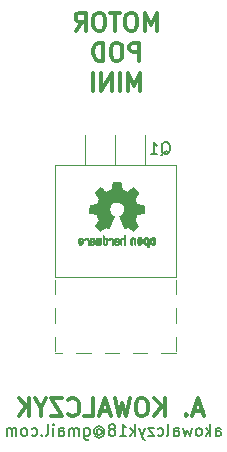
<source format=gbo>
G04 #@! TF.GenerationSoftware,KiCad,Pcbnew,(5.0.0)*
G04 #@! TF.CreationDate,2018-09-15T20:19:59-04:00*
G04 #@! TF.ProjectId,MotorPod Mini,4D6F746F72506F64204D696E692E6B69,rev?*
G04 #@! TF.SameCoordinates,Original*
G04 #@! TF.FileFunction,Legend,Bot*
G04 #@! TF.FilePolarity,Positive*
%FSLAX46Y46*%
G04 Gerber Fmt 4.6, Leading zero omitted, Abs format (unit mm)*
G04 Created by KiCad (PCBNEW (5.0.0)) date 09/15/18 20:19:59*
%MOMM*%
%LPD*%
G01*
G04 APERTURE LIST*
%ADD10C,0.203200*%
%ADD11C,0.300000*%
%ADD12C,0.120000*%
%ADD13C,0.010000*%
%ADD14C,0.150000*%
G04 APERTURE END LIST*
D10*
X204093838Y-86311619D02*
X204093838Y-85779428D01*
X204139800Y-85682666D01*
X204231723Y-85634285D01*
X204415571Y-85634285D01*
X204507495Y-85682666D01*
X204093838Y-86263238D02*
X204185761Y-86311619D01*
X204415571Y-86311619D01*
X204507495Y-86263238D01*
X204553457Y-86166476D01*
X204553457Y-86069714D01*
X204507495Y-85972952D01*
X204415571Y-85924571D01*
X204185761Y-85924571D01*
X204093838Y-85876190D01*
X203634219Y-86311619D02*
X203634219Y-85295619D01*
X203542295Y-85924571D02*
X203266523Y-86311619D01*
X203266523Y-85634285D02*
X203634219Y-86021333D01*
X202714980Y-86311619D02*
X202806904Y-86263238D01*
X202852866Y-86214857D01*
X202898828Y-86118095D01*
X202898828Y-85827809D01*
X202852866Y-85731047D01*
X202806904Y-85682666D01*
X202714980Y-85634285D01*
X202577095Y-85634285D01*
X202485171Y-85682666D01*
X202439209Y-85731047D01*
X202393247Y-85827809D01*
X202393247Y-86118095D01*
X202439209Y-86214857D01*
X202485171Y-86263238D01*
X202577095Y-86311619D01*
X202714980Y-86311619D01*
X202071514Y-85634285D02*
X201887666Y-86311619D01*
X201703819Y-85827809D01*
X201519971Y-86311619D01*
X201336123Y-85634285D01*
X200554771Y-86311619D02*
X200554771Y-85779428D01*
X200600733Y-85682666D01*
X200692657Y-85634285D01*
X200876504Y-85634285D01*
X200968428Y-85682666D01*
X200554771Y-86263238D02*
X200646695Y-86311619D01*
X200876504Y-86311619D01*
X200968428Y-86263238D01*
X201014390Y-86166476D01*
X201014390Y-86069714D01*
X200968428Y-85972952D01*
X200876504Y-85924571D01*
X200646695Y-85924571D01*
X200554771Y-85876190D01*
X199957266Y-86311619D02*
X200049190Y-86263238D01*
X200095152Y-86166476D01*
X200095152Y-85295619D01*
X199175914Y-86263238D02*
X199267838Y-86311619D01*
X199451685Y-86311619D01*
X199543609Y-86263238D01*
X199589571Y-86214857D01*
X199635533Y-86118095D01*
X199635533Y-85827809D01*
X199589571Y-85731047D01*
X199543609Y-85682666D01*
X199451685Y-85634285D01*
X199267838Y-85634285D01*
X199175914Y-85682666D01*
X198854180Y-85634285D02*
X198348600Y-85634285D01*
X198854180Y-86311619D01*
X198348600Y-86311619D01*
X198072828Y-85634285D02*
X197843019Y-86311619D01*
X197613209Y-85634285D02*
X197843019Y-86311619D01*
X197934942Y-86553523D01*
X197980904Y-86601904D01*
X198072828Y-86650285D01*
X197245514Y-86311619D02*
X197245514Y-85295619D01*
X197153590Y-85924571D02*
X196877819Y-86311619D01*
X196877819Y-85634285D02*
X197245514Y-86021333D01*
X195958580Y-86311619D02*
X196510123Y-86311619D01*
X196234352Y-86311619D02*
X196234352Y-85295619D01*
X196326276Y-85440761D01*
X196418200Y-85537523D01*
X196510123Y-85585904D01*
X195407038Y-85731047D02*
X195498961Y-85682666D01*
X195544923Y-85634285D01*
X195590885Y-85537523D01*
X195590885Y-85489142D01*
X195544923Y-85392380D01*
X195498961Y-85344000D01*
X195407038Y-85295619D01*
X195223190Y-85295619D01*
X195131266Y-85344000D01*
X195085304Y-85392380D01*
X195039342Y-85489142D01*
X195039342Y-85537523D01*
X195085304Y-85634285D01*
X195131266Y-85682666D01*
X195223190Y-85731047D01*
X195407038Y-85731047D01*
X195498961Y-85779428D01*
X195544923Y-85827809D01*
X195590885Y-85924571D01*
X195590885Y-86118095D01*
X195544923Y-86214857D01*
X195498961Y-86263238D01*
X195407038Y-86311619D01*
X195223190Y-86311619D01*
X195131266Y-86263238D01*
X195085304Y-86214857D01*
X195039342Y-86118095D01*
X195039342Y-85924571D01*
X195085304Y-85827809D01*
X195131266Y-85779428D01*
X195223190Y-85731047D01*
X194028180Y-85827809D02*
X194074142Y-85779428D01*
X194166066Y-85731047D01*
X194257990Y-85731047D01*
X194349914Y-85779428D01*
X194395876Y-85827809D01*
X194441838Y-85924571D01*
X194441838Y-86021333D01*
X194395876Y-86118095D01*
X194349914Y-86166476D01*
X194257990Y-86214857D01*
X194166066Y-86214857D01*
X194074142Y-86166476D01*
X194028180Y-86118095D01*
X194028180Y-85731047D02*
X194028180Y-86118095D01*
X193982219Y-86166476D01*
X193936257Y-86166476D01*
X193844333Y-86118095D01*
X193798371Y-86021333D01*
X193798371Y-85779428D01*
X193890295Y-85634285D01*
X194028180Y-85537523D01*
X194212028Y-85489142D01*
X194395876Y-85537523D01*
X194533761Y-85634285D01*
X194625685Y-85779428D01*
X194671647Y-85972952D01*
X194625685Y-86166476D01*
X194533761Y-86311619D01*
X194395876Y-86408380D01*
X194212028Y-86456761D01*
X194028180Y-86408380D01*
X193890295Y-86311619D01*
X192971057Y-85634285D02*
X192971057Y-86456761D01*
X193017019Y-86553523D01*
X193062980Y-86601904D01*
X193154904Y-86650285D01*
X193292790Y-86650285D01*
X193384714Y-86601904D01*
X192971057Y-86263238D02*
X193062980Y-86311619D01*
X193246828Y-86311619D01*
X193338752Y-86263238D01*
X193384714Y-86214857D01*
X193430676Y-86118095D01*
X193430676Y-85827809D01*
X193384714Y-85731047D01*
X193338752Y-85682666D01*
X193246828Y-85634285D01*
X193062980Y-85634285D01*
X192971057Y-85682666D01*
X192511438Y-86311619D02*
X192511438Y-85634285D01*
X192511438Y-85731047D02*
X192465476Y-85682666D01*
X192373552Y-85634285D01*
X192235666Y-85634285D01*
X192143742Y-85682666D01*
X192097780Y-85779428D01*
X192097780Y-86311619D01*
X192097780Y-85779428D02*
X192051819Y-85682666D01*
X191959895Y-85634285D01*
X191822009Y-85634285D01*
X191730085Y-85682666D01*
X191684123Y-85779428D01*
X191684123Y-86311619D01*
X190810847Y-86311619D02*
X190810847Y-85779428D01*
X190856809Y-85682666D01*
X190948733Y-85634285D01*
X191132580Y-85634285D01*
X191224504Y-85682666D01*
X190810847Y-86263238D02*
X190902771Y-86311619D01*
X191132580Y-86311619D01*
X191224504Y-86263238D01*
X191270466Y-86166476D01*
X191270466Y-86069714D01*
X191224504Y-85972952D01*
X191132580Y-85924571D01*
X190902771Y-85924571D01*
X190810847Y-85876190D01*
X190351228Y-86311619D02*
X190351228Y-85634285D01*
X190351228Y-85295619D02*
X190397190Y-85344000D01*
X190351228Y-85392380D01*
X190305266Y-85344000D01*
X190351228Y-85295619D01*
X190351228Y-85392380D01*
X189753723Y-86311619D02*
X189845647Y-86263238D01*
X189891609Y-86166476D01*
X189891609Y-85295619D01*
X189386028Y-86214857D02*
X189340066Y-86263238D01*
X189386028Y-86311619D01*
X189431990Y-86263238D01*
X189386028Y-86214857D01*
X189386028Y-86311619D01*
X188512752Y-86263238D02*
X188604676Y-86311619D01*
X188788523Y-86311619D01*
X188880447Y-86263238D01*
X188926409Y-86214857D01*
X188972371Y-86118095D01*
X188972371Y-85827809D01*
X188926409Y-85731047D01*
X188880447Y-85682666D01*
X188788523Y-85634285D01*
X188604676Y-85634285D01*
X188512752Y-85682666D01*
X187961209Y-86311619D02*
X188053133Y-86263238D01*
X188099095Y-86214857D01*
X188145057Y-86118095D01*
X188145057Y-85827809D01*
X188099095Y-85731047D01*
X188053133Y-85682666D01*
X187961209Y-85634285D01*
X187823323Y-85634285D01*
X187731400Y-85682666D01*
X187685438Y-85731047D01*
X187639476Y-85827809D01*
X187639476Y-86118095D01*
X187685438Y-86214857D01*
X187731400Y-86263238D01*
X187823323Y-86311619D01*
X187961209Y-86311619D01*
X187225819Y-86311619D02*
X187225819Y-85634285D01*
X187225819Y-85731047D02*
X187179857Y-85682666D01*
X187087933Y-85634285D01*
X186950047Y-85634285D01*
X186858123Y-85682666D01*
X186812161Y-85779428D01*
X186812161Y-86311619D01*
X186812161Y-85779428D02*
X186766200Y-85682666D01*
X186674276Y-85634285D01*
X186536390Y-85634285D01*
X186444466Y-85682666D01*
X186398504Y-85779428D01*
X186398504Y-86311619D01*
D11*
X202984714Y-84197000D02*
X202270428Y-84197000D01*
X203127571Y-84625571D02*
X202627571Y-83125571D01*
X202127571Y-84625571D01*
X201627571Y-84482714D02*
X201556142Y-84554142D01*
X201627571Y-84625571D01*
X201699000Y-84554142D01*
X201627571Y-84482714D01*
X201627571Y-84625571D01*
X199770428Y-84625571D02*
X199770428Y-83125571D01*
X198913285Y-84625571D02*
X199556142Y-83768428D01*
X198913285Y-83125571D02*
X199770428Y-83982714D01*
X197984714Y-83125571D02*
X197699000Y-83125571D01*
X197556142Y-83197000D01*
X197413285Y-83339857D01*
X197341857Y-83625571D01*
X197341857Y-84125571D01*
X197413285Y-84411285D01*
X197556142Y-84554142D01*
X197699000Y-84625571D01*
X197984714Y-84625571D01*
X198127571Y-84554142D01*
X198270428Y-84411285D01*
X198341857Y-84125571D01*
X198341857Y-83625571D01*
X198270428Y-83339857D01*
X198127571Y-83197000D01*
X197984714Y-83125571D01*
X196841857Y-83125571D02*
X196484714Y-84625571D01*
X196199000Y-83554142D01*
X195913285Y-84625571D01*
X195556142Y-83125571D01*
X195056142Y-84197000D02*
X194341857Y-84197000D01*
X195199000Y-84625571D02*
X194699000Y-83125571D01*
X194199000Y-84625571D01*
X192984714Y-84625571D02*
X193699000Y-84625571D01*
X193699000Y-83125571D01*
X191627571Y-84482714D02*
X191699000Y-84554142D01*
X191913285Y-84625571D01*
X192056142Y-84625571D01*
X192270428Y-84554142D01*
X192413285Y-84411285D01*
X192484714Y-84268428D01*
X192556142Y-83982714D01*
X192556142Y-83768428D01*
X192484714Y-83482714D01*
X192413285Y-83339857D01*
X192270428Y-83197000D01*
X192056142Y-83125571D01*
X191913285Y-83125571D01*
X191699000Y-83197000D01*
X191627571Y-83268428D01*
X191127571Y-83125571D02*
X190127571Y-83125571D01*
X191127571Y-84625571D01*
X190127571Y-84625571D01*
X189270428Y-83911285D02*
X189270428Y-84625571D01*
X189770428Y-83125571D02*
X189270428Y-83911285D01*
X188770428Y-83125571D01*
X188270428Y-84625571D02*
X188270428Y-83125571D01*
X187413285Y-84625571D02*
X188056142Y-83768428D01*
X187413285Y-83125571D02*
X188270428Y-83982714D01*
X199099857Y-51976571D02*
X199099857Y-50476571D01*
X198599857Y-51548000D01*
X198099857Y-50476571D01*
X198099857Y-51976571D01*
X197099857Y-50476571D02*
X196814142Y-50476571D01*
X196671285Y-50548000D01*
X196528428Y-50690857D01*
X196457000Y-50976571D01*
X196457000Y-51476571D01*
X196528428Y-51762285D01*
X196671285Y-51905142D01*
X196814142Y-51976571D01*
X197099857Y-51976571D01*
X197242714Y-51905142D01*
X197385571Y-51762285D01*
X197457000Y-51476571D01*
X197457000Y-50976571D01*
X197385571Y-50690857D01*
X197242714Y-50548000D01*
X197099857Y-50476571D01*
X196028428Y-50476571D02*
X195171285Y-50476571D01*
X195599857Y-51976571D02*
X195599857Y-50476571D01*
X194385571Y-50476571D02*
X194099857Y-50476571D01*
X193957000Y-50548000D01*
X193814142Y-50690857D01*
X193742714Y-50976571D01*
X193742714Y-51476571D01*
X193814142Y-51762285D01*
X193957000Y-51905142D01*
X194099857Y-51976571D01*
X194385571Y-51976571D01*
X194528428Y-51905142D01*
X194671285Y-51762285D01*
X194742714Y-51476571D01*
X194742714Y-50976571D01*
X194671285Y-50690857D01*
X194528428Y-50548000D01*
X194385571Y-50476571D01*
X192242714Y-51976571D02*
X192742714Y-51262285D01*
X193099857Y-51976571D02*
X193099857Y-50476571D01*
X192528428Y-50476571D01*
X192385571Y-50548000D01*
X192314142Y-50619428D01*
X192242714Y-50762285D01*
X192242714Y-50976571D01*
X192314142Y-51119428D01*
X192385571Y-51190857D01*
X192528428Y-51262285D01*
X193099857Y-51262285D01*
X197635571Y-54526571D02*
X197635571Y-53026571D01*
X197064142Y-53026571D01*
X196921285Y-53098000D01*
X196849857Y-53169428D01*
X196778428Y-53312285D01*
X196778428Y-53526571D01*
X196849857Y-53669428D01*
X196921285Y-53740857D01*
X197064142Y-53812285D01*
X197635571Y-53812285D01*
X195849857Y-53026571D02*
X195564142Y-53026571D01*
X195421285Y-53098000D01*
X195278428Y-53240857D01*
X195207000Y-53526571D01*
X195207000Y-54026571D01*
X195278428Y-54312285D01*
X195421285Y-54455142D01*
X195564142Y-54526571D01*
X195849857Y-54526571D01*
X195992714Y-54455142D01*
X196135571Y-54312285D01*
X196207000Y-54026571D01*
X196207000Y-53526571D01*
X196135571Y-53240857D01*
X195992714Y-53098000D01*
X195849857Y-53026571D01*
X194564142Y-54526571D02*
X194564142Y-53026571D01*
X194207000Y-53026571D01*
X193992714Y-53098000D01*
X193849857Y-53240857D01*
X193778428Y-53383714D01*
X193707000Y-53669428D01*
X193707000Y-53883714D01*
X193778428Y-54169428D01*
X193849857Y-54312285D01*
X193992714Y-54455142D01*
X194207000Y-54526571D01*
X194564142Y-54526571D01*
X197707000Y-57076571D02*
X197707000Y-55576571D01*
X197207000Y-56648000D01*
X196707000Y-55576571D01*
X196707000Y-57076571D01*
X195992714Y-57076571D02*
X195992714Y-55576571D01*
X195278428Y-57076571D02*
X195278428Y-55576571D01*
X194421285Y-57076571D01*
X194421285Y-55576571D01*
X193707000Y-57076571D02*
X193707000Y-55576571D01*
D12*
G04 #@! TO.C,Q1*
X200700000Y-63380000D02*
X190460000Y-63380000D01*
X200700000Y-72870000D02*
X190460000Y-72870000D01*
X200700000Y-63380000D02*
X200700000Y-72870000D01*
X190460000Y-63380000D02*
X190460000Y-72870000D01*
X200700000Y-79270000D02*
X199500000Y-79270000D01*
X198301000Y-79270000D02*
X197100000Y-79270000D01*
X195900000Y-79270000D02*
X194700000Y-79270000D01*
X193500000Y-79270000D02*
X192300000Y-79270000D01*
X191100000Y-79270000D02*
X190460000Y-79270000D01*
X200700000Y-73110000D02*
X200700000Y-74310000D01*
X200700000Y-75510000D02*
X200700000Y-76710000D01*
X200700000Y-77910000D02*
X200700000Y-79110000D01*
X190460000Y-73110000D02*
X190460000Y-74310000D01*
X190460000Y-75510000D02*
X190460000Y-76710000D01*
X190460000Y-77910000D02*
X190460000Y-79110000D01*
X198120000Y-60840000D02*
X198120000Y-63380000D01*
X195580000Y-60840000D02*
X195580000Y-63380000D01*
X193040000Y-60840000D02*
X193040000Y-63380000D01*
D13*
G04 #@! TO.C,REF\002A\002A*
G36*
X195603090Y-64806348D02*
X195524546Y-64806778D01*
X195467702Y-64807942D01*
X195428895Y-64810207D01*
X195404462Y-64813940D01*
X195390738Y-64819506D01*
X195384060Y-64827273D01*
X195380764Y-64837605D01*
X195380444Y-64838943D01*
X195375438Y-64863079D01*
X195366171Y-64910701D01*
X195353608Y-64976741D01*
X195338713Y-65056128D01*
X195322449Y-65143796D01*
X195321881Y-65146875D01*
X195305590Y-65232789D01*
X195290348Y-65308696D01*
X195277139Y-65370045D01*
X195266946Y-65412282D01*
X195260752Y-65430855D01*
X195260457Y-65431184D01*
X195242212Y-65440253D01*
X195204595Y-65455367D01*
X195155729Y-65473262D01*
X195155457Y-65473358D01*
X195093907Y-65496493D01*
X195021343Y-65525965D01*
X194952943Y-65555597D01*
X194949706Y-65557062D01*
X194838298Y-65607626D01*
X194591601Y-65439160D01*
X194515923Y-65387803D01*
X194447369Y-65341889D01*
X194389912Y-65304030D01*
X194347524Y-65276837D01*
X194324175Y-65262921D01*
X194321958Y-65261889D01*
X194304990Y-65266484D01*
X194273299Y-65288655D01*
X194225648Y-65329447D01*
X194160802Y-65389905D01*
X194094603Y-65454227D01*
X194030786Y-65517612D01*
X193973671Y-65575451D01*
X193926695Y-65624175D01*
X193893297Y-65660210D01*
X193876915Y-65679984D01*
X193876306Y-65681002D01*
X193874495Y-65694572D01*
X193881317Y-65716733D01*
X193898460Y-65750478D01*
X193927607Y-65798800D01*
X193970445Y-65864692D01*
X194027552Y-65949517D01*
X194078234Y-66024177D01*
X194123539Y-66091140D01*
X194160850Y-66146516D01*
X194187548Y-66186420D01*
X194201015Y-66206962D01*
X194201863Y-66208356D01*
X194200219Y-66228038D01*
X194187755Y-66266293D01*
X194166952Y-66315889D01*
X194159538Y-66331728D01*
X194127186Y-66402290D01*
X194092672Y-66482353D01*
X194064635Y-66551629D01*
X194044432Y-66603045D01*
X194028385Y-66642119D01*
X194019112Y-66662541D01*
X194017959Y-66664114D01*
X194000904Y-66666721D01*
X193960702Y-66673863D01*
X193902698Y-66684523D01*
X193832237Y-66697685D01*
X193754665Y-66712333D01*
X193675328Y-66727449D01*
X193599569Y-66742018D01*
X193532736Y-66755022D01*
X193480172Y-66765445D01*
X193447224Y-66772270D01*
X193439143Y-66774199D01*
X193430795Y-66778962D01*
X193424494Y-66789718D01*
X193419955Y-66810098D01*
X193416896Y-66843734D01*
X193415033Y-66894255D01*
X193414082Y-66965292D01*
X193413760Y-67060476D01*
X193413743Y-67099492D01*
X193413743Y-67416799D01*
X193489943Y-67431839D01*
X193532337Y-67439995D01*
X193595600Y-67451899D01*
X193672038Y-67466116D01*
X193753957Y-67481210D01*
X193776600Y-67485355D01*
X193852194Y-67500053D01*
X193918047Y-67514505D01*
X193968634Y-67527375D01*
X193998426Y-67537322D01*
X194003388Y-67540287D01*
X194015574Y-67561283D01*
X194033047Y-67601967D01*
X194052423Y-67654322D01*
X194056266Y-67665600D01*
X194081661Y-67735523D01*
X194113183Y-67814418D01*
X194144031Y-67885266D01*
X194144183Y-67885595D01*
X194195553Y-67996733D01*
X194026601Y-68245253D01*
X193857648Y-68493772D01*
X194074571Y-68711058D01*
X194140181Y-68775726D01*
X194200021Y-68832733D01*
X194250733Y-68879033D01*
X194288954Y-68911584D01*
X194311325Y-68927343D01*
X194314534Y-68928343D01*
X194333374Y-68920469D01*
X194371820Y-68898578D01*
X194425670Y-68865267D01*
X194490724Y-68823131D01*
X194561060Y-68775943D01*
X194632445Y-68727810D01*
X194696092Y-68685928D01*
X194747959Y-68652871D01*
X194784005Y-68631218D01*
X194800133Y-68623543D01*
X194819811Y-68630037D01*
X194857125Y-68647150D01*
X194904379Y-68671326D01*
X194909388Y-68674013D01*
X194973023Y-68705927D01*
X195016659Y-68721579D01*
X195043798Y-68721745D01*
X195057943Y-68707204D01*
X195058025Y-68707000D01*
X195065095Y-68689779D01*
X195081958Y-68648899D01*
X195107305Y-68587525D01*
X195139829Y-68508819D01*
X195178222Y-68415947D01*
X195221178Y-68312072D01*
X195262778Y-68211502D01*
X195308496Y-68100516D01*
X195350474Y-67997703D01*
X195387452Y-67906215D01*
X195418173Y-67829201D01*
X195441378Y-67769815D01*
X195455810Y-67731209D01*
X195460257Y-67716800D01*
X195449104Y-67700272D01*
X195419931Y-67673930D01*
X195381029Y-67644887D01*
X195270243Y-67553039D01*
X195183649Y-67447759D01*
X195122284Y-67331266D01*
X195087185Y-67205776D01*
X195079392Y-67073507D01*
X195085057Y-67012457D01*
X195115922Y-66885795D01*
X195169080Y-66773941D01*
X195241233Y-66678001D01*
X195329083Y-66599076D01*
X195429335Y-66538270D01*
X195538690Y-66496687D01*
X195653853Y-66475428D01*
X195771525Y-66475599D01*
X195888410Y-66498301D01*
X196001211Y-66544638D01*
X196106631Y-66615713D01*
X196150632Y-66655911D01*
X196235021Y-66759129D01*
X196293778Y-66871925D01*
X196327296Y-66991010D01*
X196335965Y-67113095D01*
X196320177Y-67234893D01*
X196280322Y-67353116D01*
X196216793Y-67464475D01*
X196129979Y-67565684D01*
X196032971Y-67644887D01*
X195992563Y-67675162D01*
X195964018Y-67701219D01*
X195953743Y-67716825D01*
X195959123Y-67733843D01*
X195974425Y-67774500D01*
X195998388Y-67835642D01*
X196029756Y-67914119D01*
X196067268Y-68006780D01*
X196109667Y-68110472D01*
X196151337Y-68211526D01*
X196197310Y-68322607D01*
X196239893Y-68425541D01*
X196277779Y-68517165D01*
X196309660Y-68594316D01*
X196334229Y-68653831D01*
X196350180Y-68692544D01*
X196356090Y-68707000D01*
X196370052Y-68721685D01*
X196397060Y-68721642D01*
X196440587Y-68706099D01*
X196504110Y-68674284D01*
X196504612Y-68674013D01*
X196552440Y-68649323D01*
X196591103Y-68631338D01*
X196612905Y-68623614D01*
X196613867Y-68623543D01*
X196630279Y-68631378D01*
X196666513Y-68653165D01*
X196718526Y-68686328D01*
X196782275Y-68728291D01*
X196852940Y-68775943D01*
X196924884Y-68824191D01*
X196989726Y-68866151D01*
X197043265Y-68899227D01*
X197081303Y-68920821D01*
X197099467Y-68928343D01*
X197116192Y-68918457D01*
X197149820Y-68890826D01*
X197196990Y-68848495D01*
X197254342Y-68794505D01*
X197318516Y-68731899D01*
X197339503Y-68710983D01*
X197556501Y-68493623D01*
X197391332Y-68251220D01*
X197341136Y-68176781D01*
X197297081Y-68109972D01*
X197261638Y-68054665D01*
X197237281Y-68014729D01*
X197226478Y-67994036D01*
X197226162Y-67992563D01*
X197231857Y-67973058D01*
X197247174Y-67933822D01*
X197269463Y-67881430D01*
X197285107Y-67846355D01*
X197314359Y-67779201D01*
X197341906Y-67711358D01*
X197363263Y-67654034D01*
X197369065Y-67636572D01*
X197385548Y-67589938D01*
X197401660Y-67553905D01*
X197410510Y-67540287D01*
X197430040Y-67531952D01*
X197472666Y-67520137D01*
X197532855Y-67506181D01*
X197605078Y-67491422D01*
X197637400Y-67485355D01*
X197719478Y-67470273D01*
X197798205Y-67455669D01*
X197865891Y-67442980D01*
X197914840Y-67433642D01*
X197924057Y-67431839D01*
X198000257Y-67416799D01*
X198000257Y-67099492D01*
X198000086Y-66995154D01*
X197999384Y-66916213D01*
X197997866Y-66859038D01*
X197995251Y-66819999D01*
X197991254Y-66795465D01*
X197985591Y-66781805D01*
X197977980Y-66775389D01*
X197974857Y-66774199D01*
X197956022Y-66769980D01*
X197914412Y-66761562D01*
X197855370Y-66749961D01*
X197784243Y-66736195D01*
X197706375Y-66721280D01*
X197627113Y-66706232D01*
X197551802Y-66692069D01*
X197485787Y-66679806D01*
X197434413Y-66670461D01*
X197403025Y-66665050D01*
X197396041Y-66664114D01*
X197389715Y-66651596D01*
X197375710Y-66618246D01*
X197356645Y-66570377D01*
X197349366Y-66551629D01*
X197320004Y-66479195D01*
X197285429Y-66399170D01*
X197254463Y-66331728D01*
X197231677Y-66280159D01*
X197216518Y-66237785D01*
X197211458Y-66211834D01*
X197212264Y-66208356D01*
X197222959Y-66191936D01*
X197247380Y-66155417D01*
X197282905Y-66102687D01*
X197326913Y-66037635D01*
X197376783Y-65964151D01*
X197386644Y-65949645D01*
X197444508Y-65863704D01*
X197487044Y-65798261D01*
X197515946Y-65750304D01*
X197532910Y-65716820D01*
X197539633Y-65694795D01*
X197537810Y-65681217D01*
X197537764Y-65681131D01*
X197523414Y-65663297D01*
X197491677Y-65628817D01*
X197445990Y-65581268D01*
X197389796Y-65524222D01*
X197326532Y-65461255D01*
X197319398Y-65454227D01*
X197239670Y-65377020D01*
X197178143Y-65320330D01*
X197133579Y-65283110D01*
X197104743Y-65264315D01*
X197092042Y-65261889D01*
X197073506Y-65272471D01*
X197035039Y-65296916D01*
X196980614Y-65332612D01*
X196914202Y-65376947D01*
X196839775Y-65427311D01*
X196822399Y-65439160D01*
X196575703Y-65607626D01*
X196464294Y-65557062D01*
X196396543Y-65527595D01*
X196323817Y-65497959D01*
X196261297Y-65474330D01*
X196258543Y-65473358D01*
X196209640Y-65455457D01*
X196171943Y-65440320D01*
X196153575Y-65431210D01*
X196153544Y-65431184D01*
X196147715Y-65414717D01*
X196137808Y-65374219D01*
X196124805Y-65314242D01*
X196109691Y-65239340D01*
X196093448Y-65154064D01*
X196092119Y-65146875D01*
X196075825Y-65059014D01*
X196060867Y-64979260D01*
X196048209Y-64912681D01*
X196038814Y-64864347D01*
X196033646Y-64839325D01*
X196033556Y-64838943D01*
X196030411Y-64828299D01*
X196024296Y-64820262D01*
X196011547Y-64814467D01*
X195988500Y-64810547D01*
X195951491Y-64808135D01*
X195896856Y-64806865D01*
X195820933Y-64806371D01*
X195720056Y-64806286D01*
X195707000Y-64806286D01*
X195603090Y-64806348D01*
X195603090Y-64806348D01*
G37*
X195603090Y-64806348D02*
X195524546Y-64806778D01*
X195467702Y-64807942D01*
X195428895Y-64810207D01*
X195404462Y-64813940D01*
X195390738Y-64819506D01*
X195384060Y-64827273D01*
X195380764Y-64837605D01*
X195380444Y-64838943D01*
X195375438Y-64863079D01*
X195366171Y-64910701D01*
X195353608Y-64976741D01*
X195338713Y-65056128D01*
X195322449Y-65143796D01*
X195321881Y-65146875D01*
X195305590Y-65232789D01*
X195290348Y-65308696D01*
X195277139Y-65370045D01*
X195266946Y-65412282D01*
X195260752Y-65430855D01*
X195260457Y-65431184D01*
X195242212Y-65440253D01*
X195204595Y-65455367D01*
X195155729Y-65473262D01*
X195155457Y-65473358D01*
X195093907Y-65496493D01*
X195021343Y-65525965D01*
X194952943Y-65555597D01*
X194949706Y-65557062D01*
X194838298Y-65607626D01*
X194591601Y-65439160D01*
X194515923Y-65387803D01*
X194447369Y-65341889D01*
X194389912Y-65304030D01*
X194347524Y-65276837D01*
X194324175Y-65262921D01*
X194321958Y-65261889D01*
X194304990Y-65266484D01*
X194273299Y-65288655D01*
X194225648Y-65329447D01*
X194160802Y-65389905D01*
X194094603Y-65454227D01*
X194030786Y-65517612D01*
X193973671Y-65575451D01*
X193926695Y-65624175D01*
X193893297Y-65660210D01*
X193876915Y-65679984D01*
X193876306Y-65681002D01*
X193874495Y-65694572D01*
X193881317Y-65716733D01*
X193898460Y-65750478D01*
X193927607Y-65798800D01*
X193970445Y-65864692D01*
X194027552Y-65949517D01*
X194078234Y-66024177D01*
X194123539Y-66091140D01*
X194160850Y-66146516D01*
X194187548Y-66186420D01*
X194201015Y-66206962D01*
X194201863Y-66208356D01*
X194200219Y-66228038D01*
X194187755Y-66266293D01*
X194166952Y-66315889D01*
X194159538Y-66331728D01*
X194127186Y-66402290D01*
X194092672Y-66482353D01*
X194064635Y-66551629D01*
X194044432Y-66603045D01*
X194028385Y-66642119D01*
X194019112Y-66662541D01*
X194017959Y-66664114D01*
X194000904Y-66666721D01*
X193960702Y-66673863D01*
X193902698Y-66684523D01*
X193832237Y-66697685D01*
X193754665Y-66712333D01*
X193675328Y-66727449D01*
X193599569Y-66742018D01*
X193532736Y-66755022D01*
X193480172Y-66765445D01*
X193447224Y-66772270D01*
X193439143Y-66774199D01*
X193430795Y-66778962D01*
X193424494Y-66789718D01*
X193419955Y-66810098D01*
X193416896Y-66843734D01*
X193415033Y-66894255D01*
X193414082Y-66965292D01*
X193413760Y-67060476D01*
X193413743Y-67099492D01*
X193413743Y-67416799D01*
X193489943Y-67431839D01*
X193532337Y-67439995D01*
X193595600Y-67451899D01*
X193672038Y-67466116D01*
X193753957Y-67481210D01*
X193776600Y-67485355D01*
X193852194Y-67500053D01*
X193918047Y-67514505D01*
X193968634Y-67527375D01*
X193998426Y-67537322D01*
X194003388Y-67540287D01*
X194015574Y-67561283D01*
X194033047Y-67601967D01*
X194052423Y-67654322D01*
X194056266Y-67665600D01*
X194081661Y-67735523D01*
X194113183Y-67814418D01*
X194144031Y-67885266D01*
X194144183Y-67885595D01*
X194195553Y-67996733D01*
X194026601Y-68245253D01*
X193857648Y-68493772D01*
X194074571Y-68711058D01*
X194140181Y-68775726D01*
X194200021Y-68832733D01*
X194250733Y-68879033D01*
X194288954Y-68911584D01*
X194311325Y-68927343D01*
X194314534Y-68928343D01*
X194333374Y-68920469D01*
X194371820Y-68898578D01*
X194425670Y-68865267D01*
X194490724Y-68823131D01*
X194561060Y-68775943D01*
X194632445Y-68727810D01*
X194696092Y-68685928D01*
X194747959Y-68652871D01*
X194784005Y-68631218D01*
X194800133Y-68623543D01*
X194819811Y-68630037D01*
X194857125Y-68647150D01*
X194904379Y-68671326D01*
X194909388Y-68674013D01*
X194973023Y-68705927D01*
X195016659Y-68721579D01*
X195043798Y-68721745D01*
X195057943Y-68707204D01*
X195058025Y-68707000D01*
X195065095Y-68689779D01*
X195081958Y-68648899D01*
X195107305Y-68587525D01*
X195139829Y-68508819D01*
X195178222Y-68415947D01*
X195221178Y-68312072D01*
X195262778Y-68211502D01*
X195308496Y-68100516D01*
X195350474Y-67997703D01*
X195387452Y-67906215D01*
X195418173Y-67829201D01*
X195441378Y-67769815D01*
X195455810Y-67731209D01*
X195460257Y-67716800D01*
X195449104Y-67700272D01*
X195419931Y-67673930D01*
X195381029Y-67644887D01*
X195270243Y-67553039D01*
X195183649Y-67447759D01*
X195122284Y-67331266D01*
X195087185Y-67205776D01*
X195079392Y-67073507D01*
X195085057Y-67012457D01*
X195115922Y-66885795D01*
X195169080Y-66773941D01*
X195241233Y-66678001D01*
X195329083Y-66599076D01*
X195429335Y-66538270D01*
X195538690Y-66496687D01*
X195653853Y-66475428D01*
X195771525Y-66475599D01*
X195888410Y-66498301D01*
X196001211Y-66544638D01*
X196106631Y-66615713D01*
X196150632Y-66655911D01*
X196235021Y-66759129D01*
X196293778Y-66871925D01*
X196327296Y-66991010D01*
X196335965Y-67113095D01*
X196320177Y-67234893D01*
X196280322Y-67353116D01*
X196216793Y-67464475D01*
X196129979Y-67565684D01*
X196032971Y-67644887D01*
X195992563Y-67675162D01*
X195964018Y-67701219D01*
X195953743Y-67716825D01*
X195959123Y-67733843D01*
X195974425Y-67774500D01*
X195998388Y-67835642D01*
X196029756Y-67914119D01*
X196067268Y-68006780D01*
X196109667Y-68110472D01*
X196151337Y-68211526D01*
X196197310Y-68322607D01*
X196239893Y-68425541D01*
X196277779Y-68517165D01*
X196309660Y-68594316D01*
X196334229Y-68653831D01*
X196350180Y-68692544D01*
X196356090Y-68707000D01*
X196370052Y-68721685D01*
X196397060Y-68721642D01*
X196440587Y-68706099D01*
X196504110Y-68674284D01*
X196504612Y-68674013D01*
X196552440Y-68649323D01*
X196591103Y-68631338D01*
X196612905Y-68623614D01*
X196613867Y-68623543D01*
X196630279Y-68631378D01*
X196666513Y-68653165D01*
X196718526Y-68686328D01*
X196782275Y-68728291D01*
X196852940Y-68775943D01*
X196924884Y-68824191D01*
X196989726Y-68866151D01*
X197043265Y-68899227D01*
X197081303Y-68920821D01*
X197099467Y-68928343D01*
X197116192Y-68918457D01*
X197149820Y-68890826D01*
X197196990Y-68848495D01*
X197254342Y-68794505D01*
X197318516Y-68731899D01*
X197339503Y-68710983D01*
X197556501Y-68493623D01*
X197391332Y-68251220D01*
X197341136Y-68176781D01*
X197297081Y-68109972D01*
X197261638Y-68054665D01*
X197237281Y-68014729D01*
X197226478Y-67994036D01*
X197226162Y-67992563D01*
X197231857Y-67973058D01*
X197247174Y-67933822D01*
X197269463Y-67881430D01*
X197285107Y-67846355D01*
X197314359Y-67779201D01*
X197341906Y-67711358D01*
X197363263Y-67654034D01*
X197369065Y-67636572D01*
X197385548Y-67589938D01*
X197401660Y-67553905D01*
X197410510Y-67540287D01*
X197430040Y-67531952D01*
X197472666Y-67520137D01*
X197532855Y-67506181D01*
X197605078Y-67491422D01*
X197637400Y-67485355D01*
X197719478Y-67470273D01*
X197798205Y-67455669D01*
X197865891Y-67442980D01*
X197914840Y-67433642D01*
X197924057Y-67431839D01*
X198000257Y-67416799D01*
X198000257Y-67099492D01*
X198000086Y-66995154D01*
X197999384Y-66916213D01*
X197997866Y-66859038D01*
X197995251Y-66819999D01*
X197991254Y-66795465D01*
X197985591Y-66781805D01*
X197977980Y-66775389D01*
X197974857Y-66774199D01*
X197956022Y-66769980D01*
X197914412Y-66761562D01*
X197855370Y-66749961D01*
X197784243Y-66736195D01*
X197706375Y-66721280D01*
X197627113Y-66706232D01*
X197551802Y-66692069D01*
X197485787Y-66679806D01*
X197434413Y-66670461D01*
X197403025Y-66665050D01*
X197396041Y-66664114D01*
X197389715Y-66651596D01*
X197375710Y-66618246D01*
X197356645Y-66570377D01*
X197349366Y-66551629D01*
X197320004Y-66479195D01*
X197285429Y-66399170D01*
X197254463Y-66331728D01*
X197231677Y-66280159D01*
X197216518Y-66237785D01*
X197211458Y-66211834D01*
X197212264Y-66208356D01*
X197222959Y-66191936D01*
X197247380Y-66155417D01*
X197282905Y-66102687D01*
X197326913Y-66037635D01*
X197376783Y-65964151D01*
X197386644Y-65949645D01*
X197444508Y-65863704D01*
X197487044Y-65798261D01*
X197515946Y-65750304D01*
X197532910Y-65716820D01*
X197539633Y-65694795D01*
X197537810Y-65681217D01*
X197537764Y-65681131D01*
X197523414Y-65663297D01*
X197491677Y-65628817D01*
X197445990Y-65581268D01*
X197389796Y-65524222D01*
X197326532Y-65461255D01*
X197319398Y-65454227D01*
X197239670Y-65377020D01*
X197178143Y-65320330D01*
X197133579Y-65283110D01*
X197104743Y-65264315D01*
X197092042Y-65261889D01*
X197073506Y-65272471D01*
X197035039Y-65296916D01*
X196980614Y-65332612D01*
X196914202Y-65376947D01*
X196839775Y-65427311D01*
X196822399Y-65439160D01*
X196575703Y-65607626D01*
X196464294Y-65557062D01*
X196396543Y-65527595D01*
X196323817Y-65497959D01*
X196261297Y-65474330D01*
X196258543Y-65473358D01*
X196209640Y-65455457D01*
X196171943Y-65440320D01*
X196153575Y-65431210D01*
X196153544Y-65431184D01*
X196147715Y-65414717D01*
X196137808Y-65374219D01*
X196124805Y-65314242D01*
X196109691Y-65239340D01*
X196093448Y-65154064D01*
X196092119Y-65146875D01*
X196075825Y-65059014D01*
X196060867Y-64979260D01*
X196048209Y-64912681D01*
X196038814Y-64864347D01*
X196033646Y-64839325D01*
X196033556Y-64838943D01*
X196030411Y-64828299D01*
X196024296Y-64820262D01*
X196011547Y-64814467D01*
X195988500Y-64810547D01*
X195951491Y-64808135D01*
X195896856Y-64806865D01*
X195820933Y-64806371D01*
X195720056Y-64806286D01*
X195707000Y-64806286D01*
X195603090Y-64806348D01*
G36*
X192553405Y-69530966D02*
X192495979Y-69568497D01*
X192468281Y-69602096D01*
X192446338Y-69663064D01*
X192444595Y-69711308D01*
X192448543Y-69775816D01*
X192597314Y-69840934D01*
X192669651Y-69874202D01*
X192716916Y-69900964D01*
X192741493Y-69924144D01*
X192745763Y-69946667D01*
X192732111Y-69971455D01*
X192717057Y-69987886D01*
X192673254Y-70014235D01*
X192625611Y-70016081D01*
X192581855Y-69995546D01*
X192549711Y-69954752D01*
X192543962Y-69940347D01*
X192516424Y-69895356D01*
X192484742Y-69876182D01*
X192441286Y-69859779D01*
X192441286Y-69921966D01*
X192445128Y-69964283D01*
X192460177Y-69999969D01*
X192491720Y-70040943D01*
X192496408Y-70046267D01*
X192531494Y-70082720D01*
X192561653Y-70102283D01*
X192599385Y-70111283D01*
X192630665Y-70114230D01*
X192686615Y-70114965D01*
X192726445Y-70105660D01*
X192751292Y-70091846D01*
X192790344Y-70061467D01*
X192817375Y-70028613D01*
X192834483Y-69987294D01*
X192843762Y-69931521D01*
X192847307Y-69855305D01*
X192847590Y-69816622D01*
X192846628Y-69770247D01*
X192758993Y-69770247D01*
X192757977Y-69795126D01*
X192755444Y-69799200D01*
X192738726Y-69793665D01*
X192702751Y-69779017D01*
X192654669Y-69758190D01*
X192644614Y-69753714D01*
X192583848Y-69722814D01*
X192550368Y-69695657D01*
X192543010Y-69670220D01*
X192560609Y-69644481D01*
X192575144Y-69633109D01*
X192627590Y-69610364D01*
X192676678Y-69614122D01*
X192717773Y-69641884D01*
X192746242Y-69691152D01*
X192755369Y-69730257D01*
X192758993Y-69770247D01*
X192846628Y-69770247D01*
X192845715Y-69726249D01*
X192838804Y-69659384D01*
X192825116Y-69610695D01*
X192802904Y-69574849D01*
X192770426Y-69546513D01*
X192756267Y-69537355D01*
X192691947Y-69513507D01*
X192621527Y-69512006D01*
X192553405Y-69530966D01*
X192553405Y-69530966D01*
G37*
X192553405Y-69530966D02*
X192495979Y-69568497D01*
X192468281Y-69602096D01*
X192446338Y-69663064D01*
X192444595Y-69711308D01*
X192448543Y-69775816D01*
X192597314Y-69840934D01*
X192669651Y-69874202D01*
X192716916Y-69900964D01*
X192741493Y-69924144D01*
X192745763Y-69946667D01*
X192732111Y-69971455D01*
X192717057Y-69987886D01*
X192673254Y-70014235D01*
X192625611Y-70016081D01*
X192581855Y-69995546D01*
X192549711Y-69954752D01*
X192543962Y-69940347D01*
X192516424Y-69895356D01*
X192484742Y-69876182D01*
X192441286Y-69859779D01*
X192441286Y-69921966D01*
X192445128Y-69964283D01*
X192460177Y-69999969D01*
X192491720Y-70040943D01*
X192496408Y-70046267D01*
X192531494Y-70082720D01*
X192561653Y-70102283D01*
X192599385Y-70111283D01*
X192630665Y-70114230D01*
X192686615Y-70114965D01*
X192726445Y-70105660D01*
X192751292Y-70091846D01*
X192790344Y-70061467D01*
X192817375Y-70028613D01*
X192834483Y-69987294D01*
X192843762Y-69931521D01*
X192847307Y-69855305D01*
X192847590Y-69816622D01*
X192846628Y-69770247D01*
X192758993Y-69770247D01*
X192757977Y-69795126D01*
X192755444Y-69799200D01*
X192738726Y-69793665D01*
X192702751Y-69779017D01*
X192654669Y-69758190D01*
X192644614Y-69753714D01*
X192583848Y-69722814D01*
X192550368Y-69695657D01*
X192543010Y-69670220D01*
X192560609Y-69644481D01*
X192575144Y-69633109D01*
X192627590Y-69610364D01*
X192676678Y-69614122D01*
X192717773Y-69641884D01*
X192746242Y-69691152D01*
X192755369Y-69730257D01*
X192758993Y-69770247D01*
X192846628Y-69770247D01*
X192845715Y-69726249D01*
X192838804Y-69659384D01*
X192825116Y-69610695D01*
X192802904Y-69574849D01*
X192770426Y-69546513D01*
X192756267Y-69537355D01*
X192691947Y-69513507D01*
X192621527Y-69512006D01*
X192553405Y-69530966D01*
G36*
X193054400Y-69522752D02*
X193037052Y-69530334D01*
X192995644Y-69563128D01*
X192960235Y-69610547D01*
X192938336Y-69661151D01*
X192934771Y-69686098D01*
X192946721Y-69720927D01*
X192972933Y-69739357D01*
X193001036Y-69750516D01*
X193013905Y-69752572D01*
X193020171Y-69737649D01*
X193032544Y-69705175D01*
X193037972Y-69690502D01*
X193068410Y-69639744D01*
X193112480Y-69614427D01*
X193168990Y-69615206D01*
X193173175Y-69616203D01*
X193203345Y-69630507D01*
X193225524Y-69658393D01*
X193240673Y-69703287D01*
X193249750Y-69768615D01*
X193253714Y-69857804D01*
X193254086Y-69905261D01*
X193254270Y-69980071D01*
X193255478Y-70031069D01*
X193258691Y-70063471D01*
X193264891Y-70082495D01*
X193275060Y-70093356D01*
X193290181Y-70101272D01*
X193291054Y-70101670D01*
X193320172Y-70113981D01*
X193334597Y-70118514D01*
X193336814Y-70104809D01*
X193338711Y-70066925D01*
X193340153Y-70009715D01*
X193341002Y-69938027D01*
X193341171Y-69885565D01*
X193340308Y-69784047D01*
X193336930Y-69707032D01*
X193329858Y-69650023D01*
X193317912Y-69608526D01*
X193299910Y-69578043D01*
X193274673Y-69554080D01*
X193249753Y-69537355D01*
X193189829Y-69515097D01*
X193120089Y-69510076D01*
X193054400Y-69522752D01*
X193054400Y-69522752D01*
G37*
X193054400Y-69522752D02*
X193037052Y-69530334D01*
X192995644Y-69563128D01*
X192960235Y-69610547D01*
X192938336Y-69661151D01*
X192934771Y-69686098D01*
X192946721Y-69720927D01*
X192972933Y-69739357D01*
X193001036Y-69750516D01*
X193013905Y-69752572D01*
X193020171Y-69737649D01*
X193032544Y-69705175D01*
X193037972Y-69690502D01*
X193068410Y-69639744D01*
X193112480Y-69614427D01*
X193168990Y-69615206D01*
X193173175Y-69616203D01*
X193203345Y-69630507D01*
X193225524Y-69658393D01*
X193240673Y-69703287D01*
X193249750Y-69768615D01*
X193253714Y-69857804D01*
X193254086Y-69905261D01*
X193254270Y-69980071D01*
X193255478Y-70031069D01*
X193258691Y-70063471D01*
X193264891Y-70082495D01*
X193275060Y-70093356D01*
X193290181Y-70101272D01*
X193291054Y-70101670D01*
X193320172Y-70113981D01*
X193334597Y-70118514D01*
X193336814Y-70104809D01*
X193338711Y-70066925D01*
X193340153Y-70009715D01*
X193341002Y-69938027D01*
X193341171Y-69885565D01*
X193340308Y-69784047D01*
X193336930Y-69707032D01*
X193329858Y-69650023D01*
X193317912Y-69608526D01*
X193299910Y-69578043D01*
X193274673Y-69554080D01*
X193249753Y-69537355D01*
X193189829Y-69515097D01*
X193120089Y-69510076D01*
X193054400Y-69522752D01*
G36*
X193562124Y-69520335D02*
X193520333Y-69539344D01*
X193487531Y-69562378D01*
X193463497Y-69588133D01*
X193446903Y-69621358D01*
X193436423Y-69666800D01*
X193430729Y-69729207D01*
X193428493Y-69813327D01*
X193428257Y-69868721D01*
X193428257Y-70084826D01*
X193465226Y-70101670D01*
X193494344Y-70113981D01*
X193508769Y-70118514D01*
X193511528Y-70105025D01*
X193513718Y-70068653D01*
X193515058Y-70015542D01*
X193515343Y-69973372D01*
X193516566Y-69912447D01*
X193519864Y-69864115D01*
X193524679Y-69834518D01*
X193528504Y-69828229D01*
X193554217Y-69834652D01*
X193594582Y-69851125D01*
X193641321Y-69873458D01*
X193686155Y-69897457D01*
X193720807Y-69918930D01*
X193736998Y-69933685D01*
X193737062Y-69933845D01*
X193735670Y-69961152D01*
X193723182Y-69987219D01*
X193701257Y-70008392D01*
X193669257Y-70015474D01*
X193641908Y-70014649D01*
X193603174Y-70014042D01*
X193582842Y-70023116D01*
X193570631Y-70047092D01*
X193569091Y-70051613D01*
X193563797Y-70085806D01*
X193577953Y-70106568D01*
X193614852Y-70116462D01*
X193654711Y-70118292D01*
X193726438Y-70104727D01*
X193763568Y-70085355D01*
X193809424Y-70039845D01*
X193833744Y-69983983D01*
X193835927Y-69924957D01*
X193815371Y-69869953D01*
X193784451Y-69835486D01*
X193753580Y-69816189D01*
X193705058Y-69791759D01*
X193648515Y-69766985D01*
X193639090Y-69763199D01*
X193576981Y-69735791D01*
X193541178Y-69711634D01*
X193529663Y-69687619D01*
X193540420Y-69660635D01*
X193558886Y-69639543D01*
X193602531Y-69613572D01*
X193650554Y-69611624D01*
X193694594Y-69631637D01*
X193726291Y-69671551D01*
X193730451Y-69681848D01*
X193754673Y-69719724D01*
X193790035Y-69747842D01*
X193834657Y-69770917D01*
X193834657Y-69705485D01*
X193832031Y-69665506D01*
X193820770Y-69633997D01*
X193795801Y-69600378D01*
X193771831Y-69574484D01*
X193734559Y-69537817D01*
X193705599Y-69518121D01*
X193674495Y-69510220D01*
X193639287Y-69508914D01*
X193562124Y-69520335D01*
X193562124Y-69520335D01*
G37*
X193562124Y-69520335D02*
X193520333Y-69539344D01*
X193487531Y-69562378D01*
X193463497Y-69588133D01*
X193446903Y-69621358D01*
X193436423Y-69666800D01*
X193430729Y-69729207D01*
X193428493Y-69813327D01*
X193428257Y-69868721D01*
X193428257Y-70084826D01*
X193465226Y-70101670D01*
X193494344Y-70113981D01*
X193508769Y-70118514D01*
X193511528Y-70105025D01*
X193513718Y-70068653D01*
X193515058Y-70015542D01*
X193515343Y-69973372D01*
X193516566Y-69912447D01*
X193519864Y-69864115D01*
X193524679Y-69834518D01*
X193528504Y-69828229D01*
X193554217Y-69834652D01*
X193594582Y-69851125D01*
X193641321Y-69873458D01*
X193686155Y-69897457D01*
X193720807Y-69918930D01*
X193736998Y-69933685D01*
X193737062Y-69933845D01*
X193735670Y-69961152D01*
X193723182Y-69987219D01*
X193701257Y-70008392D01*
X193669257Y-70015474D01*
X193641908Y-70014649D01*
X193603174Y-70014042D01*
X193582842Y-70023116D01*
X193570631Y-70047092D01*
X193569091Y-70051613D01*
X193563797Y-70085806D01*
X193577953Y-70106568D01*
X193614852Y-70116462D01*
X193654711Y-70118292D01*
X193726438Y-70104727D01*
X193763568Y-70085355D01*
X193809424Y-70039845D01*
X193833744Y-69983983D01*
X193835927Y-69924957D01*
X193815371Y-69869953D01*
X193784451Y-69835486D01*
X193753580Y-69816189D01*
X193705058Y-69791759D01*
X193648515Y-69766985D01*
X193639090Y-69763199D01*
X193576981Y-69735791D01*
X193541178Y-69711634D01*
X193529663Y-69687619D01*
X193540420Y-69660635D01*
X193558886Y-69639543D01*
X193602531Y-69613572D01*
X193650554Y-69611624D01*
X193694594Y-69631637D01*
X193726291Y-69671551D01*
X193730451Y-69681848D01*
X193754673Y-69719724D01*
X193790035Y-69747842D01*
X193834657Y-69770917D01*
X193834657Y-69705485D01*
X193832031Y-69665506D01*
X193820770Y-69633997D01*
X193795801Y-69600378D01*
X193771831Y-69574484D01*
X193734559Y-69537817D01*
X193705599Y-69518121D01*
X193674495Y-69510220D01*
X193639287Y-69508914D01*
X193562124Y-69520335D01*
G36*
X193927167Y-69522663D02*
X193924952Y-69560850D01*
X193923216Y-69618886D01*
X193922101Y-69692180D01*
X193921743Y-69769055D01*
X193921743Y-70029196D01*
X193967674Y-70075127D01*
X193999325Y-70103429D01*
X194027110Y-70114893D01*
X194065085Y-70114168D01*
X194080160Y-70112321D01*
X194127274Y-70106948D01*
X194166244Y-70103869D01*
X194175743Y-70103585D01*
X194207767Y-70105445D01*
X194253568Y-70110114D01*
X194271326Y-70112321D01*
X194314943Y-70115735D01*
X194344255Y-70108320D01*
X194373320Y-70085427D01*
X194383812Y-70075127D01*
X194429743Y-70029196D01*
X194429743Y-69542602D01*
X194392774Y-69525758D01*
X194360941Y-69513282D01*
X194342317Y-69508914D01*
X194337542Y-69522718D01*
X194333079Y-69561286D01*
X194329225Y-69620356D01*
X194326278Y-69695663D01*
X194324857Y-69759286D01*
X194320886Y-70009657D01*
X194286241Y-70014556D01*
X194254732Y-70011131D01*
X194239292Y-70000041D01*
X194234977Y-69979308D01*
X194231292Y-69935145D01*
X194228531Y-69873146D01*
X194226988Y-69798909D01*
X194226765Y-69760706D01*
X194226543Y-69540783D01*
X194180834Y-69524849D01*
X194148482Y-69514015D01*
X194130885Y-69508962D01*
X194130377Y-69508914D01*
X194128612Y-69522648D01*
X194126671Y-69560730D01*
X194124718Y-69618482D01*
X194122916Y-69691227D01*
X194121657Y-69759286D01*
X194117686Y-70009657D01*
X194030600Y-70009657D01*
X194026604Y-69781240D01*
X194022608Y-69552822D01*
X193980153Y-69530868D01*
X193948808Y-69515793D01*
X193930256Y-69508951D01*
X193929721Y-69508914D01*
X193927167Y-69522663D01*
X193927167Y-69522663D01*
G37*
X193927167Y-69522663D02*
X193924952Y-69560850D01*
X193923216Y-69618886D01*
X193922101Y-69692180D01*
X193921743Y-69769055D01*
X193921743Y-70029196D01*
X193967674Y-70075127D01*
X193999325Y-70103429D01*
X194027110Y-70114893D01*
X194065085Y-70114168D01*
X194080160Y-70112321D01*
X194127274Y-70106948D01*
X194166244Y-70103869D01*
X194175743Y-70103585D01*
X194207767Y-70105445D01*
X194253568Y-70110114D01*
X194271326Y-70112321D01*
X194314943Y-70115735D01*
X194344255Y-70108320D01*
X194373320Y-70085427D01*
X194383812Y-70075127D01*
X194429743Y-70029196D01*
X194429743Y-69542602D01*
X194392774Y-69525758D01*
X194360941Y-69513282D01*
X194342317Y-69508914D01*
X194337542Y-69522718D01*
X194333079Y-69561286D01*
X194329225Y-69620356D01*
X194326278Y-69695663D01*
X194324857Y-69759286D01*
X194320886Y-70009657D01*
X194286241Y-70014556D01*
X194254732Y-70011131D01*
X194239292Y-70000041D01*
X194234977Y-69979308D01*
X194231292Y-69935145D01*
X194228531Y-69873146D01*
X194226988Y-69798909D01*
X194226765Y-69760706D01*
X194226543Y-69540783D01*
X194180834Y-69524849D01*
X194148482Y-69514015D01*
X194130885Y-69508962D01*
X194130377Y-69508914D01*
X194128612Y-69522648D01*
X194126671Y-69560730D01*
X194124718Y-69618482D01*
X194122916Y-69691227D01*
X194121657Y-69759286D01*
X194117686Y-70009657D01*
X194030600Y-70009657D01*
X194026604Y-69781240D01*
X194022608Y-69552822D01*
X193980153Y-69530868D01*
X193948808Y-69515793D01*
X193930256Y-69508951D01*
X193929721Y-69508914D01*
X193927167Y-69522663D01*
G36*
X194516883Y-69629358D02*
X194517067Y-69737837D01*
X194517781Y-69821287D01*
X194519325Y-69883704D01*
X194521999Y-69929085D01*
X194526106Y-69961429D01*
X194531945Y-69984733D01*
X194539818Y-70002995D01*
X194545779Y-70013418D01*
X194595145Y-70069945D01*
X194657736Y-70105377D01*
X194726987Y-70118090D01*
X194796332Y-70106463D01*
X194837625Y-70085568D01*
X194880975Y-70049422D01*
X194910519Y-70005276D01*
X194928345Y-69947462D01*
X194936537Y-69870313D01*
X194937698Y-69813714D01*
X194937542Y-69809647D01*
X194836143Y-69809647D01*
X194835524Y-69874550D01*
X194832686Y-69917514D01*
X194826160Y-69945622D01*
X194814477Y-69965953D01*
X194800517Y-69981288D01*
X194753635Y-70010890D01*
X194703299Y-70013419D01*
X194655724Y-69988705D01*
X194652021Y-69985356D01*
X194636217Y-69967935D01*
X194626307Y-69947209D01*
X194620942Y-69916362D01*
X194618772Y-69868577D01*
X194618429Y-69815748D01*
X194619173Y-69749381D01*
X194622252Y-69705106D01*
X194628939Y-69676009D01*
X194640504Y-69655173D01*
X194649987Y-69644107D01*
X194694040Y-69616198D01*
X194744776Y-69612843D01*
X194793204Y-69634159D01*
X194802550Y-69642073D01*
X194818460Y-69659647D01*
X194828390Y-69680587D01*
X194833722Y-69711782D01*
X194835837Y-69760122D01*
X194836143Y-69809647D01*
X194937542Y-69809647D01*
X194934190Y-69722568D01*
X194922274Y-69654086D01*
X194899865Y-69602600D01*
X194864876Y-69562443D01*
X194837625Y-69541861D01*
X194788093Y-69519625D01*
X194730684Y-69509304D01*
X194677318Y-69512067D01*
X194647457Y-69523212D01*
X194635739Y-69526383D01*
X194627963Y-69514557D01*
X194622535Y-69482866D01*
X194618429Y-69434593D01*
X194613933Y-69380829D01*
X194607687Y-69348482D01*
X194596324Y-69329985D01*
X194576472Y-69317770D01*
X194564000Y-69312362D01*
X194516829Y-69292601D01*
X194516883Y-69629358D01*
X194516883Y-69629358D01*
G37*
X194516883Y-69629358D02*
X194517067Y-69737837D01*
X194517781Y-69821287D01*
X194519325Y-69883704D01*
X194521999Y-69929085D01*
X194526106Y-69961429D01*
X194531945Y-69984733D01*
X194539818Y-70002995D01*
X194545779Y-70013418D01*
X194595145Y-70069945D01*
X194657736Y-70105377D01*
X194726987Y-70118090D01*
X194796332Y-70106463D01*
X194837625Y-70085568D01*
X194880975Y-70049422D01*
X194910519Y-70005276D01*
X194928345Y-69947462D01*
X194936537Y-69870313D01*
X194937698Y-69813714D01*
X194937542Y-69809647D01*
X194836143Y-69809647D01*
X194835524Y-69874550D01*
X194832686Y-69917514D01*
X194826160Y-69945622D01*
X194814477Y-69965953D01*
X194800517Y-69981288D01*
X194753635Y-70010890D01*
X194703299Y-70013419D01*
X194655724Y-69988705D01*
X194652021Y-69985356D01*
X194636217Y-69967935D01*
X194626307Y-69947209D01*
X194620942Y-69916362D01*
X194618772Y-69868577D01*
X194618429Y-69815748D01*
X194619173Y-69749381D01*
X194622252Y-69705106D01*
X194628939Y-69676009D01*
X194640504Y-69655173D01*
X194649987Y-69644107D01*
X194694040Y-69616198D01*
X194744776Y-69612843D01*
X194793204Y-69634159D01*
X194802550Y-69642073D01*
X194818460Y-69659647D01*
X194828390Y-69680587D01*
X194833722Y-69711782D01*
X194835837Y-69760122D01*
X194836143Y-69809647D01*
X194937542Y-69809647D01*
X194934190Y-69722568D01*
X194922274Y-69654086D01*
X194899865Y-69602600D01*
X194864876Y-69562443D01*
X194837625Y-69541861D01*
X194788093Y-69519625D01*
X194730684Y-69509304D01*
X194677318Y-69512067D01*
X194647457Y-69523212D01*
X194635739Y-69526383D01*
X194627963Y-69514557D01*
X194622535Y-69482866D01*
X194618429Y-69434593D01*
X194613933Y-69380829D01*
X194607687Y-69348482D01*
X194596324Y-69329985D01*
X194576472Y-69317770D01*
X194564000Y-69312362D01*
X194516829Y-69292601D01*
X194516883Y-69629358D01*
G36*
X195177074Y-69513755D02*
X195111142Y-69538084D01*
X195057727Y-69581117D01*
X195036836Y-69611409D01*
X195014061Y-69666994D01*
X195014534Y-69707186D01*
X195038438Y-69734217D01*
X195047283Y-69738813D01*
X195085470Y-69753144D01*
X195104972Y-69749472D01*
X195111578Y-69725407D01*
X195111914Y-69712114D01*
X195124008Y-69663210D01*
X195155529Y-69628999D01*
X195199341Y-69612476D01*
X195248305Y-69616634D01*
X195288106Y-69638227D01*
X195301550Y-69650544D01*
X195311079Y-69665487D01*
X195317515Y-69688075D01*
X195321683Y-69723328D01*
X195324403Y-69776266D01*
X195326498Y-69851907D01*
X195327040Y-69875857D01*
X195329019Y-69957790D01*
X195331269Y-70015455D01*
X195334643Y-70053608D01*
X195339994Y-70077004D01*
X195348176Y-70090398D01*
X195360041Y-70098545D01*
X195367638Y-70102144D01*
X195399898Y-70114452D01*
X195418889Y-70118514D01*
X195425164Y-70104948D01*
X195428994Y-70063934D01*
X195430400Y-69994999D01*
X195429402Y-69897669D01*
X195429092Y-69882657D01*
X195426899Y-69793859D01*
X195424307Y-69729019D01*
X195420618Y-69683067D01*
X195415136Y-69650935D01*
X195407165Y-69627553D01*
X195396007Y-69607852D01*
X195390170Y-69599410D01*
X195356704Y-69562057D01*
X195319273Y-69533003D01*
X195314691Y-69530467D01*
X195247574Y-69510443D01*
X195177074Y-69513755D01*
X195177074Y-69513755D01*
G37*
X195177074Y-69513755D02*
X195111142Y-69538084D01*
X195057727Y-69581117D01*
X195036836Y-69611409D01*
X195014061Y-69666994D01*
X195014534Y-69707186D01*
X195038438Y-69734217D01*
X195047283Y-69738813D01*
X195085470Y-69753144D01*
X195104972Y-69749472D01*
X195111578Y-69725407D01*
X195111914Y-69712114D01*
X195124008Y-69663210D01*
X195155529Y-69628999D01*
X195199341Y-69612476D01*
X195248305Y-69616634D01*
X195288106Y-69638227D01*
X195301550Y-69650544D01*
X195311079Y-69665487D01*
X195317515Y-69688075D01*
X195321683Y-69723328D01*
X195324403Y-69776266D01*
X195326498Y-69851907D01*
X195327040Y-69875857D01*
X195329019Y-69957790D01*
X195331269Y-70015455D01*
X195334643Y-70053608D01*
X195339994Y-70077004D01*
X195348176Y-70090398D01*
X195360041Y-70098545D01*
X195367638Y-70102144D01*
X195399898Y-70114452D01*
X195418889Y-70118514D01*
X195425164Y-70104948D01*
X195428994Y-70063934D01*
X195430400Y-69994999D01*
X195429402Y-69897669D01*
X195429092Y-69882657D01*
X195426899Y-69793859D01*
X195424307Y-69729019D01*
X195420618Y-69683067D01*
X195415136Y-69650935D01*
X195407165Y-69627553D01*
X195396007Y-69607852D01*
X195390170Y-69599410D01*
X195356704Y-69562057D01*
X195319273Y-69533003D01*
X195314691Y-69530467D01*
X195247574Y-69510443D01*
X195177074Y-69513755D01*
G36*
X195667256Y-69514968D02*
X195610384Y-69536087D01*
X195609733Y-69536493D01*
X195574560Y-69562380D01*
X195548593Y-69592633D01*
X195530330Y-69632058D01*
X195518268Y-69685462D01*
X195510904Y-69757651D01*
X195506736Y-69853432D01*
X195506371Y-69867078D01*
X195501124Y-70072842D01*
X195545284Y-70095678D01*
X195577237Y-70111110D01*
X195596530Y-70118423D01*
X195597422Y-70118514D01*
X195600761Y-70105022D01*
X195603413Y-70068626D01*
X195605044Y-70015452D01*
X195605400Y-69972393D01*
X195605408Y-69902641D01*
X195608597Y-69858837D01*
X195619712Y-69837944D01*
X195643499Y-69836925D01*
X195684704Y-69852741D01*
X195746914Y-69881815D01*
X195792659Y-69905963D01*
X195816187Y-69926913D01*
X195823104Y-69949747D01*
X195823114Y-69950877D01*
X195811701Y-69990212D01*
X195777908Y-70011462D01*
X195726191Y-70014539D01*
X195688939Y-70014006D01*
X195669297Y-70024735D01*
X195657048Y-70050505D01*
X195649998Y-70083337D01*
X195660158Y-70101966D01*
X195663983Y-70104632D01*
X195699999Y-70115340D01*
X195750434Y-70116856D01*
X195802374Y-70109759D01*
X195839178Y-70096788D01*
X195890062Y-70053585D01*
X195918986Y-69993446D01*
X195924714Y-69946462D01*
X195920343Y-69904082D01*
X195904525Y-69869488D01*
X195873203Y-69838763D01*
X195822322Y-69807990D01*
X195747824Y-69773252D01*
X195743286Y-69771288D01*
X195676179Y-69740287D01*
X195634768Y-69714862D01*
X195617019Y-69692014D01*
X195620893Y-69668745D01*
X195644357Y-69642056D01*
X195651373Y-69635914D01*
X195698370Y-69612100D01*
X195747067Y-69613103D01*
X195789478Y-69636451D01*
X195817616Y-69679675D01*
X195820231Y-69688160D01*
X195845692Y-69729308D01*
X195877999Y-69749128D01*
X195924714Y-69768770D01*
X195924714Y-69717950D01*
X195910504Y-69644082D01*
X195868325Y-69576327D01*
X195846376Y-69553661D01*
X195796483Y-69524569D01*
X195733033Y-69511400D01*
X195667256Y-69514968D01*
X195667256Y-69514968D01*
G37*
X195667256Y-69514968D02*
X195610384Y-69536087D01*
X195609733Y-69536493D01*
X195574560Y-69562380D01*
X195548593Y-69592633D01*
X195530330Y-69632058D01*
X195518268Y-69685462D01*
X195510904Y-69757651D01*
X195506736Y-69853432D01*
X195506371Y-69867078D01*
X195501124Y-70072842D01*
X195545284Y-70095678D01*
X195577237Y-70111110D01*
X195596530Y-70118423D01*
X195597422Y-70118514D01*
X195600761Y-70105022D01*
X195603413Y-70068626D01*
X195605044Y-70015452D01*
X195605400Y-69972393D01*
X195605408Y-69902641D01*
X195608597Y-69858837D01*
X195619712Y-69837944D01*
X195643499Y-69836925D01*
X195684704Y-69852741D01*
X195746914Y-69881815D01*
X195792659Y-69905963D01*
X195816187Y-69926913D01*
X195823104Y-69949747D01*
X195823114Y-69950877D01*
X195811701Y-69990212D01*
X195777908Y-70011462D01*
X195726191Y-70014539D01*
X195688939Y-70014006D01*
X195669297Y-70024735D01*
X195657048Y-70050505D01*
X195649998Y-70083337D01*
X195660158Y-70101966D01*
X195663983Y-70104632D01*
X195699999Y-70115340D01*
X195750434Y-70116856D01*
X195802374Y-70109759D01*
X195839178Y-70096788D01*
X195890062Y-70053585D01*
X195918986Y-69993446D01*
X195924714Y-69946462D01*
X195920343Y-69904082D01*
X195904525Y-69869488D01*
X195873203Y-69838763D01*
X195822322Y-69807990D01*
X195747824Y-69773252D01*
X195743286Y-69771288D01*
X195676179Y-69740287D01*
X195634768Y-69714862D01*
X195617019Y-69692014D01*
X195620893Y-69668745D01*
X195644357Y-69642056D01*
X195651373Y-69635914D01*
X195698370Y-69612100D01*
X195747067Y-69613103D01*
X195789478Y-69636451D01*
X195817616Y-69679675D01*
X195820231Y-69688160D01*
X195845692Y-69729308D01*
X195877999Y-69749128D01*
X195924714Y-69768770D01*
X195924714Y-69717950D01*
X195910504Y-69644082D01*
X195868325Y-69576327D01*
X195846376Y-69553661D01*
X195796483Y-69524569D01*
X195733033Y-69511400D01*
X195667256Y-69514968D01*
G36*
X196331114Y-69415289D02*
X196326861Y-69474613D01*
X196321975Y-69509572D01*
X196315205Y-69524820D01*
X196305298Y-69525015D01*
X196302086Y-69523195D01*
X196259356Y-69510015D01*
X196203773Y-69510785D01*
X196147263Y-69524333D01*
X196111918Y-69541861D01*
X196075679Y-69569861D01*
X196049187Y-69601549D01*
X196031001Y-69641813D01*
X196019678Y-69695543D01*
X196013778Y-69767626D01*
X196011857Y-69862951D01*
X196011823Y-69881237D01*
X196011800Y-70086646D01*
X196057509Y-70102580D01*
X196089973Y-70113420D01*
X196107785Y-70118468D01*
X196108309Y-70118514D01*
X196110063Y-70104828D01*
X196111556Y-70067076D01*
X196112674Y-70010224D01*
X196113303Y-69939234D01*
X196113400Y-69896073D01*
X196113602Y-69810973D01*
X196114642Y-69749981D01*
X196117169Y-69708177D01*
X196121836Y-69680642D01*
X196129293Y-69662456D01*
X196140189Y-69648698D01*
X196146993Y-69642073D01*
X196193728Y-69615375D01*
X196244728Y-69613375D01*
X196290999Y-69635955D01*
X196299556Y-69644107D01*
X196312107Y-69659436D01*
X196320812Y-69677618D01*
X196326369Y-69703909D01*
X196329474Y-69743562D01*
X196330824Y-69801832D01*
X196331114Y-69882173D01*
X196331114Y-70086646D01*
X196376823Y-70102580D01*
X196409287Y-70113420D01*
X196427099Y-70118468D01*
X196427623Y-70118514D01*
X196428963Y-70104623D01*
X196430172Y-70065439D01*
X196431199Y-70004700D01*
X196431998Y-69926141D01*
X196432519Y-69833498D01*
X196432714Y-69730509D01*
X196432714Y-69333342D01*
X196385543Y-69313444D01*
X196338371Y-69293547D01*
X196331114Y-69415289D01*
X196331114Y-69415289D01*
G37*
X196331114Y-69415289D02*
X196326861Y-69474613D01*
X196321975Y-69509572D01*
X196315205Y-69524820D01*
X196305298Y-69525015D01*
X196302086Y-69523195D01*
X196259356Y-69510015D01*
X196203773Y-69510785D01*
X196147263Y-69524333D01*
X196111918Y-69541861D01*
X196075679Y-69569861D01*
X196049187Y-69601549D01*
X196031001Y-69641813D01*
X196019678Y-69695543D01*
X196013778Y-69767626D01*
X196011857Y-69862951D01*
X196011823Y-69881237D01*
X196011800Y-70086646D01*
X196057509Y-70102580D01*
X196089973Y-70113420D01*
X196107785Y-70118468D01*
X196108309Y-70118514D01*
X196110063Y-70104828D01*
X196111556Y-70067076D01*
X196112674Y-70010224D01*
X196113303Y-69939234D01*
X196113400Y-69896073D01*
X196113602Y-69810973D01*
X196114642Y-69749981D01*
X196117169Y-69708177D01*
X196121836Y-69680642D01*
X196129293Y-69662456D01*
X196140189Y-69648698D01*
X196146993Y-69642073D01*
X196193728Y-69615375D01*
X196244728Y-69613375D01*
X196290999Y-69635955D01*
X196299556Y-69644107D01*
X196312107Y-69659436D01*
X196320812Y-69677618D01*
X196326369Y-69703909D01*
X196329474Y-69743562D01*
X196330824Y-69801832D01*
X196331114Y-69882173D01*
X196331114Y-70086646D01*
X196376823Y-70102580D01*
X196409287Y-70113420D01*
X196427099Y-70118468D01*
X196427623Y-70118514D01*
X196428963Y-70104623D01*
X196430172Y-70065439D01*
X196431199Y-70004700D01*
X196431998Y-69926141D01*
X196432519Y-69833498D01*
X196432714Y-69730509D01*
X196432714Y-69333342D01*
X196385543Y-69313444D01*
X196338371Y-69293547D01*
X196331114Y-69415289D01*
G36*
X197538697Y-69495239D02*
X197481473Y-69533735D01*
X197437251Y-69589335D01*
X197410833Y-69660086D01*
X197405490Y-69712162D01*
X197406097Y-69733893D01*
X197411178Y-69750531D01*
X197425145Y-69765437D01*
X197452411Y-69781973D01*
X197497388Y-69803498D01*
X197564489Y-69833374D01*
X197564829Y-69833524D01*
X197626593Y-69861813D01*
X197677241Y-69886933D01*
X197711596Y-69906179D01*
X197724482Y-69916848D01*
X197724486Y-69916934D01*
X197713128Y-69940166D01*
X197686569Y-69965774D01*
X197656077Y-69984221D01*
X197640630Y-69987886D01*
X197598485Y-69975212D01*
X197562192Y-69943471D01*
X197544483Y-69908572D01*
X197527448Y-69882845D01*
X197494078Y-69853546D01*
X197454851Y-69828235D01*
X197420244Y-69814471D01*
X197413007Y-69813714D01*
X197404861Y-69826160D01*
X197404370Y-69857972D01*
X197410357Y-69900866D01*
X197421643Y-69946558D01*
X197437050Y-69986761D01*
X197437829Y-69988322D01*
X197484196Y-70053062D01*
X197544289Y-70097097D01*
X197612535Y-70118711D01*
X197683362Y-70116185D01*
X197751196Y-70087804D01*
X197754212Y-70085808D01*
X197807573Y-70037448D01*
X197842660Y-69974352D01*
X197862078Y-69891387D01*
X197864684Y-69868078D01*
X197869299Y-69758055D01*
X197863767Y-69706748D01*
X197724486Y-69706748D01*
X197722676Y-69738753D01*
X197712778Y-69748093D01*
X197688102Y-69741105D01*
X197649205Y-69724587D01*
X197605725Y-69703881D01*
X197604644Y-69703333D01*
X197567791Y-69683949D01*
X197553000Y-69671013D01*
X197556647Y-69657451D01*
X197572005Y-69639632D01*
X197611077Y-69613845D01*
X197653154Y-69611950D01*
X197690897Y-69630717D01*
X197716966Y-69666915D01*
X197724486Y-69706748D01*
X197863767Y-69706748D01*
X197859806Y-69670027D01*
X197835450Y-69600212D01*
X197801544Y-69551302D01*
X197740347Y-69501878D01*
X197672937Y-69477359D01*
X197604120Y-69475797D01*
X197538697Y-69495239D01*
X197538697Y-69495239D01*
G37*
X197538697Y-69495239D02*
X197481473Y-69533735D01*
X197437251Y-69589335D01*
X197410833Y-69660086D01*
X197405490Y-69712162D01*
X197406097Y-69733893D01*
X197411178Y-69750531D01*
X197425145Y-69765437D01*
X197452411Y-69781973D01*
X197497388Y-69803498D01*
X197564489Y-69833374D01*
X197564829Y-69833524D01*
X197626593Y-69861813D01*
X197677241Y-69886933D01*
X197711596Y-69906179D01*
X197724482Y-69916848D01*
X197724486Y-69916934D01*
X197713128Y-69940166D01*
X197686569Y-69965774D01*
X197656077Y-69984221D01*
X197640630Y-69987886D01*
X197598485Y-69975212D01*
X197562192Y-69943471D01*
X197544483Y-69908572D01*
X197527448Y-69882845D01*
X197494078Y-69853546D01*
X197454851Y-69828235D01*
X197420244Y-69814471D01*
X197413007Y-69813714D01*
X197404861Y-69826160D01*
X197404370Y-69857972D01*
X197410357Y-69900866D01*
X197421643Y-69946558D01*
X197437050Y-69986761D01*
X197437829Y-69988322D01*
X197484196Y-70053062D01*
X197544289Y-70097097D01*
X197612535Y-70118711D01*
X197683362Y-70116185D01*
X197751196Y-70087804D01*
X197754212Y-70085808D01*
X197807573Y-70037448D01*
X197842660Y-69974352D01*
X197862078Y-69891387D01*
X197864684Y-69868078D01*
X197869299Y-69758055D01*
X197863767Y-69706748D01*
X197724486Y-69706748D01*
X197722676Y-69738753D01*
X197712778Y-69748093D01*
X197688102Y-69741105D01*
X197649205Y-69724587D01*
X197605725Y-69703881D01*
X197604644Y-69703333D01*
X197567791Y-69683949D01*
X197553000Y-69671013D01*
X197556647Y-69657451D01*
X197572005Y-69639632D01*
X197611077Y-69613845D01*
X197653154Y-69611950D01*
X197690897Y-69630717D01*
X197716966Y-69666915D01*
X197724486Y-69706748D01*
X197863767Y-69706748D01*
X197859806Y-69670027D01*
X197835450Y-69600212D01*
X197801544Y-69551302D01*
X197740347Y-69501878D01*
X197672937Y-69477359D01*
X197604120Y-69475797D01*
X197538697Y-69495239D01*
G36*
X198665885Y-69485962D02*
X198597855Y-69521733D01*
X198547649Y-69579301D01*
X198529815Y-69616312D01*
X198515937Y-69671882D01*
X198508833Y-69742096D01*
X198508160Y-69818727D01*
X198513573Y-69893552D01*
X198524730Y-69958342D01*
X198541286Y-70004873D01*
X198546374Y-70012887D01*
X198606645Y-70072707D01*
X198678231Y-70108535D01*
X198755908Y-70119020D01*
X198834452Y-70102810D01*
X198856311Y-70093092D01*
X198898878Y-70063143D01*
X198936237Y-70023433D01*
X198939768Y-70018397D01*
X198954119Y-69994124D01*
X198963606Y-69968178D01*
X198969210Y-69934022D01*
X198971914Y-69885119D01*
X198972701Y-69814935D01*
X198972714Y-69799200D01*
X198972678Y-69794192D01*
X198827571Y-69794192D01*
X198826727Y-69860430D01*
X198823404Y-69904386D01*
X198816417Y-69932779D01*
X198804584Y-69952325D01*
X198798543Y-69958857D01*
X198763814Y-69983680D01*
X198730097Y-69982548D01*
X198696005Y-69961016D01*
X198675671Y-69938029D01*
X198663629Y-69904478D01*
X198656866Y-69851569D01*
X198656402Y-69845399D01*
X198655248Y-69749513D01*
X198667312Y-69678299D01*
X198692430Y-69632194D01*
X198730440Y-69611635D01*
X198744008Y-69610514D01*
X198779636Y-69616152D01*
X198804006Y-69635686D01*
X198818907Y-69673042D01*
X198826125Y-69732150D01*
X198827571Y-69794192D01*
X198972678Y-69794192D01*
X198972174Y-69724413D01*
X198969904Y-69672159D01*
X198964932Y-69635949D01*
X198956287Y-69609299D01*
X198942995Y-69585722D01*
X198940057Y-69581338D01*
X198890687Y-69522249D01*
X198836891Y-69487947D01*
X198771398Y-69474331D01*
X198749158Y-69473665D01*
X198665885Y-69485962D01*
X198665885Y-69485962D01*
G37*
X198665885Y-69485962D02*
X198597855Y-69521733D01*
X198547649Y-69579301D01*
X198529815Y-69616312D01*
X198515937Y-69671882D01*
X198508833Y-69742096D01*
X198508160Y-69818727D01*
X198513573Y-69893552D01*
X198524730Y-69958342D01*
X198541286Y-70004873D01*
X198546374Y-70012887D01*
X198606645Y-70072707D01*
X198678231Y-70108535D01*
X198755908Y-70119020D01*
X198834452Y-70102810D01*
X198856311Y-70093092D01*
X198898878Y-70063143D01*
X198936237Y-70023433D01*
X198939768Y-70018397D01*
X198954119Y-69994124D01*
X198963606Y-69968178D01*
X198969210Y-69934022D01*
X198971914Y-69885119D01*
X198972701Y-69814935D01*
X198972714Y-69799200D01*
X198972678Y-69794192D01*
X198827571Y-69794192D01*
X198826727Y-69860430D01*
X198823404Y-69904386D01*
X198816417Y-69932779D01*
X198804584Y-69952325D01*
X198798543Y-69958857D01*
X198763814Y-69983680D01*
X198730097Y-69982548D01*
X198696005Y-69961016D01*
X198675671Y-69938029D01*
X198663629Y-69904478D01*
X198656866Y-69851569D01*
X198656402Y-69845399D01*
X198655248Y-69749513D01*
X198667312Y-69678299D01*
X198692430Y-69632194D01*
X198730440Y-69611635D01*
X198744008Y-69610514D01*
X198779636Y-69616152D01*
X198804006Y-69635686D01*
X198818907Y-69673042D01*
X198826125Y-69732150D01*
X198827571Y-69794192D01*
X198972678Y-69794192D01*
X198972174Y-69724413D01*
X198969904Y-69672159D01*
X198964932Y-69635949D01*
X198956287Y-69609299D01*
X198942995Y-69585722D01*
X198940057Y-69581338D01*
X198890687Y-69522249D01*
X198836891Y-69487947D01*
X198771398Y-69474331D01*
X198749158Y-69473665D01*
X198665885Y-69485962D01*
G36*
X196990907Y-69491780D02*
X196944328Y-69518723D01*
X196911943Y-69545466D01*
X196888258Y-69573484D01*
X196871941Y-69607748D01*
X196861661Y-69653227D01*
X196856086Y-69714892D01*
X196853884Y-69797711D01*
X196853629Y-69857246D01*
X196853629Y-70076391D01*
X196915314Y-70104044D01*
X196977000Y-70131697D01*
X196984257Y-69891670D01*
X196987256Y-69802028D01*
X196990402Y-69736962D01*
X196994299Y-69692026D01*
X196999553Y-69662770D01*
X197006769Y-69644748D01*
X197016550Y-69633511D01*
X197019688Y-69631079D01*
X197067239Y-69612083D01*
X197115303Y-69619600D01*
X197143914Y-69639543D01*
X197155553Y-69653675D01*
X197163609Y-69672220D01*
X197168729Y-69700334D01*
X197171559Y-69743173D01*
X197172744Y-69805895D01*
X197172943Y-69871261D01*
X197172982Y-69953268D01*
X197174386Y-70011316D01*
X197179086Y-70050465D01*
X197189013Y-70075780D01*
X197206097Y-70092323D01*
X197232268Y-70105156D01*
X197267225Y-70118491D01*
X197305404Y-70133007D01*
X197300859Y-69875389D01*
X197299029Y-69782519D01*
X197296888Y-69713889D01*
X197293819Y-69664711D01*
X197289206Y-69630198D01*
X197282432Y-69605562D01*
X197272881Y-69586016D01*
X197261366Y-69568770D01*
X197205810Y-69513680D01*
X197138020Y-69481822D01*
X197064287Y-69474191D01*
X196990907Y-69491780D01*
X196990907Y-69491780D01*
G37*
X196990907Y-69491780D02*
X196944328Y-69518723D01*
X196911943Y-69545466D01*
X196888258Y-69573484D01*
X196871941Y-69607748D01*
X196861661Y-69653227D01*
X196856086Y-69714892D01*
X196853884Y-69797711D01*
X196853629Y-69857246D01*
X196853629Y-70076391D01*
X196915314Y-70104044D01*
X196977000Y-70131697D01*
X196984257Y-69891670D01*
X196987256Y-69802028D01*
X196990402Y-69736962D01*
X196994299Y-69692026D01*
X196999553Y-69662770D01*
X197006769Y-69644748D01*
X197016550Y-69633511D01*
X197019688Y-69631079D01*
X197067239Y-69612083D01*
X197115303Y-69619600D01*
X197143914Y-69639543D01*
X197155553Y-69653675D01*
X197163609Y-69672220D01*
X197168729Y-69700334D01*
X197171559Y-69743173D01*
X197172744Y-69805895D01*
X197172943Y-69871261D01*
X197172982Y-69953268D01*
X197174386Y-70011316D01*
X197179086Y-70050465D01*
X197189013Y-70075780D01*
X197206097Y-70092323D01*
X197232268Y-70105156D01*
X197267225Y-70118491D01*
X197305404Y-70133007D01*
X197300859Y-69875389D01*
X197299029Y-69782519D01*
X197296888Y-69713889D01*
X197293819Y-69664711D01*
X197289206Y-69630198D01*
X197282432Y-69605562D01*
X197272881Y-69586016D01*
X197261366Y-69568770D01*
X197205810Y-69513680D01*
X197138020Y-69481822D01*
X197064287Y-69474191D01*
X196990907Y-69491780D01*
G36*
X198107256Y-69483918D02*
X198051799Y-69511568D01*
X198002852Y-69562480D01*
X197989371Y-69581338D01*
X197974686Y-69606015D01*
X197965158Y-69632816D01*
X197959707Y-69668587D01*
X197957253Y-69720169D01*
X197956714Y-69788267D01*
X197959148Y-69881588D01*
X197967606Y-69951657D01*
X197983826Y-70003931D01*
X198009546Y-70043869D01*
X198046503Y-70076929D01*
X198049218Y-70078886D01*
X198085640Y-70098908D01*
X198129498Y-70108815D01*
X198185276Y-70111257D01*
X198275952Y-70111257D01*
X198275990Y-70199283D01*
X198276834Y-70248308D01*
X198281976Y-70277065D01*
X198295413Y-70294311D01*
X198321142Y-70308808D01*
X198327321Y-70311769D01*
X198356236Y-70325648D01*
X198378624Y-70334414D01*
X198395271Y-70335171D01*
X198406964Y-70325023D01*
X198414490Y-70301073D01*
X198418634Y-70260426D01*
X198420185Y-70200186D01*
X198419929Y-70117455D01*
X198418651Y-70009339D01*
X198418252Y-69977000D01*
X198416815Y-69865524D01*
X198415528Y-69792603D01*
X198276029Y-69792603D01*
X198275245Y-69854499D01*
X198271760Y-69894997D01*
X198263876Y-69921708D01*
X198249895Y-69942244D01*
X198240403Y-69952260D01*
X198201596Y-69981567D01*
X198167237Y-69983952D01*
X198131784Y-69959750D01*
X198130886Y-69958857D01*
X198116461Y-69940153D01*
X198107687Y-69914732D01*
X198103261Y-69875584D01*
X198101882Y-69815697D01*
X198101857Y-69802430D01*
X198105188Y-69719901D01*
X198116031Y-69662691D01*
X198135660Y-69627766D01*
X198165350Y-69612094D01*
X198182509Y-69610514D01*
X198223234Y-69617926D01*
X198251168Y-69642330D01*
X198267983Y-69686980D01*
X198275350Y-69755130D01*
X198276029Y-69792603D01*
X198415528Y-69792603D01*
X198415292Y-69779245D01*
X198413323Y-69714333D01*
X198410550Y-69666958D01*
X198406612Y-69633290D01*
X198401151Y-69609498D01*
X198393808Y-69591753D01*
X198384223Y-69576224D01*
X198380113Y-69570381D01*
X198325595Y-69515185D01*
X198256664Y-69483890D01*
X198176928Y-69475165D01*
X198107256Y-69483918D01*
X198107256Y-69483918D01*
G37*
X198107256Y-69483918D02*
X198051799Y-69511568D01*
X198002852Y-69562480D01*
X197989371Y-69581338D01*
X197974686Y-69606015D01*
X197965158Y-69632816D01*
X197959707Y-69668587D01*
X197957253Y-69720169D01*
X197956714Y-69788267D01*
X197959148Y-69881588D01*
X197967606Y-69951657D01*
X197983826Y-70003931D01*
X198009546Y-70043869D01*
X198046503Y-70076929D01*
X198049218Y-70078886D01*
X198085640Y-70098908D01*
X198129498Y-70108815D01*
X198185276Y-70111257D01*
X198275952Y-70111257D01*
X198275990Y-70199283D01*
X198276834Y-70248308D01*
X198281976Y-70277065D01*
X198295413Y-70294311D01*
X198321142Y-70308808D01*
X198327321Y-70311769D01*
X198356236Y-70325648D01*
X198378624Y-70334414D01*
X198395271Y-70335171D01*
X198406964Y-70325023D01*
X198414490Y-70301073D01*
X198418634Y-70260426D01*
X198420185Y-70200186D01*
X198419929Y-70117455D01*
X198418651Y-70009339D01*
X198418252Y-69977000D01*
X198416815Y-69865524D01*
X198415528Y-69792603D01*
X198276029Y-69792603D01*
X198275245Y-69854499D01*
X198271760Y-69894997D01*
X198263876Y-69921708D01*
X198249895Y-69942244D01*
X198240403Y-69952260D01*
X198201596Y-69981567D01*
X198167237Y-69983952D01*
X198131784Y-69959750D01*
X198130886Y-69958857D01*
X198116461Y-69940153D01*
X198107687Y-69914732D01*
X198103261Y-69875584D01*
X198101882Y-69815697D01*
X198101857Y-69802430D01*
X198105188Y-69719901D01*
X198116031Y-69662691D01*
X198135660Y-69627766D01*
X198165350Y-69612094D01*
X198182509Y-69610514D01*
X198223234Y-69617926D01*
X198251168Y-69642330D01*
X198267983Y-69686980D01*
X198275350Y-69755130D01*
X198276029Y-69792603D01*
X198415528Y-69792603D01*
X198415292Y-69779245D01*
X198413323Y-69714333D01*
X198410550Y-69666958D01*
X198406612Y-69633290D01*
X198401151Y-69609498D01*
X198393808Y-69591753D01*
X198384223Y-69576224D01*
X198380113Y-69570381D01*
X198325595Y-69515185D01*
X198256664Y-69483890D01*
X198176928Y-69475165D01*
X198107256Y-69483918D01*
G04 #@! TO.C,Q1*
D14*
X199485238Y-62523619D02*
X199580476Y-62476000D01*
X199675714Y-62380761D01*
X199818571Y-62237904D01*
X199913809Y-62190285D01*
X200009047Y-62190285D01*
X199961428Y-62428380D02*
X200056666Y-62380761D01*
X200151904Y-62285523D01*
X200199523Y-62095047D01*
X200199523Y-61761714D01*
X200151904Y-61571238D01*
X200056666Y-61476000D01*
X199961428Y-61428380D01*
X199770952Y-61428380D01*
X199675714Y-61476000D01*
X199580476Y-61571238D01*
X199532857Y-61761714D01*
X199532857Y-62095047D01*
X199580476Y-62285523D01*
X199675714Y-62380761D01*
X199770952Y-62428380D01*
X199961428Y-62428380D01*
X198580476Y-62428380D02*
X199151904Y-62428380D01*
X198866190Y-62428380D02*
X198866190Y-61428380D01*
X198961428Y-61571238D01*
X199056666Y-61666476D01*
X199151904Y-61714095D01*
G04 #@! TD*
M02*

</source>
